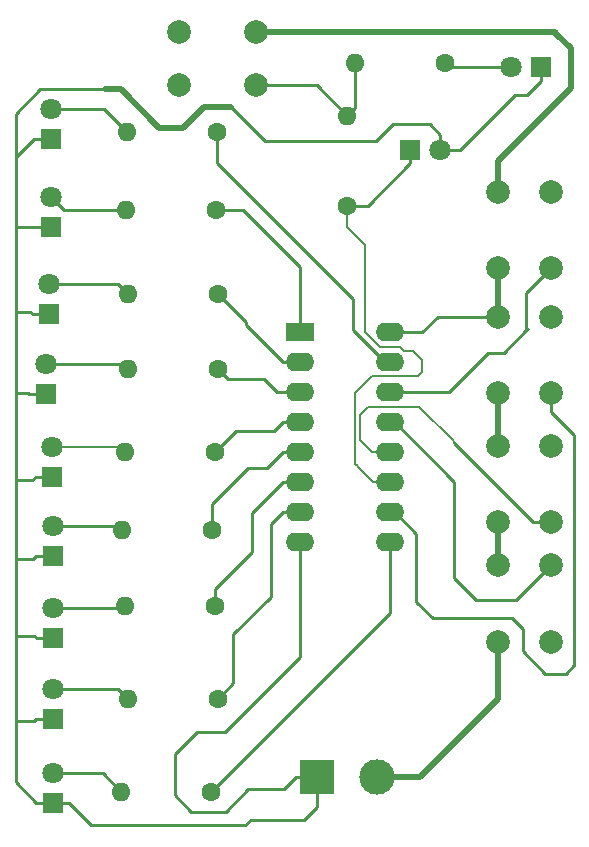
<source format=gbl>
G04 #@! TF.GenerationSoftware,KiCad,Pcbnew,5.1.1-8be2ce7~80~ubuntu18.04.1*
G04 #@! TF.CreationDate,2019-04-19T02:08:46-07:00*
G04 #@! TF.ProjectId,shift_reg,73686966-745f-4726-9567-2e6b69636164,v01*
G04 #@! TF.SameCoordinates,Original*
G04 #@! TF.FileFunction,Copper,L2,Bot*
G04 #@! TF.FilePolarity,Positive*
%FSLAX46Y46*%
G04 Gerber Fmt 4.6, Leading zero omitted, Abs format (unit mm)*
G04 Created by KiCad (PCBNEW 5.1.1-8be2ce7~80~ubuntu18.04.1) date 2019-04-19 02:08:46*
%MOMM*%
%LPD*%
G04 APERTURE LIST*
%ADD10C,2.000000*%
%ADD11C,3.000000*%
%ADD12R,3.000000X3.000000*%
%ADD13O,1.600000X1.600000*%
%ADD14C,1.600000*%
%ADD15O,2.400000X1.600000*%
%ADD16R,2.400000X1.600000*%
%ADD17C,1.800000*%
%ADD18R,1.800000X1.800000*%
%ADD19C,0.250000*%
%ADD20C,0.500000*%
%ADD21C,0.200000*%
G04 APERTURE END LIST*
D10*
X92300000Y-77116800D03*
X96800000Y-77116800D03*
X92300000Y-83616800D03*
X96800000Y-83616800D03*
X71828800Y-32004000D03*
X71828800Y-36504000D03*
X65328800Y-32004000D03*
X65328800Y-36504000D03*
X92300000Y-67007600D03*
X96800000Y-67007600D03*
X92300000Y-73507600D03*
X96800000Y-73507600D03*
X92300000Y-56085600D03*
X96800000Y-56085600D03*
X92300000Y-62585600D03*
X96800000Y-62585600D03*
X92300000Y-45500000D03*
X96800000Y-45500000D03*
X92300000Y-52000000D03*
X96800000Y-52000000D03*
D11*
X82042000Y-95097600D03*
D12*
X76962000Y-95097600D03*
D13*
X79552800Y-39065200D03*
D14*
X79552800Y-46685200D03*
D15*
X83159600Y-57404000D03*
X75539600Y-75184000D03*
X83159600Y-59944000D03*
X75539600Y-72644000D03*
X83159600Y-62484000D03*
X75539600Y-70104000D03*
X83159600Y-65024000D03*
X75539600Y-67564000D03*
X83159600Y-67564000D03*
X75539600Y-65024000D03*
X83159600Y-70104000D03*
X75539600Y-62484000D03*
X83159600Y-72644000D03*
X75539600Y-59944000D03*
X83159600Y-75184000D03*
D16*
X75539600Y-57404000D03*
D13*
X60401200Y-96316800D03*
D14*
X68021200Y-96316800D03*
D13*
X60960000Y-88442800D03*
D14*
X68580000Y-88442800D03*
D13*
X60756800Y-80568800D03*
D14*
X68376800Y-80568800D03*
D13*
X60502800Y-74117200D03*
D14*
X68122800Y-74117200D03*
D13*
X60756800Y-67513200D03*
D14*
X68376800Y-67513200D03*
D13*
X61010800Y-60553600D03*
D14*
X68630800Y-60553600D03*
D13*
X60960000Y-54152800D03*
D14*
X68580000Y-54152800D03*
D13*
X60807600Y-47091600D03*
D14*
X68427600Y-47091600D03*
D13*
X60858400Y-40436800D03*
D14*
X68478400Y-40436800D03*
D13*
X80162400Y-34594800D03*
D14*
X87782400Y-34594800D03*
D17*
X54610000Y-94742000D03*
D18*
X54610000Y-97282000D03*
D17*
X54610000Y-87630000D03*
D18*
X54610000Y-90170000D03*
D17*
X54610000Y-80721200D03*
D18*
X54610000Y-83261200D03*
D17*
X54592800Y-73848400D03*
D18*
X54592800Y-76388400D03*
D17*
X54559200Y-67106800D03*
D18*
X54559200Y-69646800D03*
D17*
X54000400Y-60096400D03*
D18*
X54000400Y-62636400D03*
D17*
X54305200Y-53340000D03*
D18*
X54305200Y-55880000D03*
D17*
X54484000Y-45992400D03*
D18*
X54484000Y-48532400D03*
D17*
X54484000Y-38492400D03*
D18*
X54484000Y-41032400D03*
D17*
X93421200Y-34950400D03*
D18*
X95961200Y-34950400D03*
D17*
X87426800Y-41960800D03*
D18*
X84886800Y-41960800D03*
D19*
X52998400Y-41032400D02*
X54484000Y-41032400D01*
X51460400Y-42570400D02*
X52998400Y-41032400D01*
X54610000Y-97282000D02*
X53210000Y-97282000D01*
X53210000Y-97282000D02*
X51460400Y-95532400D01*
X53065600Y-48514000D02*
X51460400Y-48514000D01*
X53084000Y-48532400D02*
X53065600Y-48514000D01*
X54484000Y-48532400D02*
X53084000Y-48532400D01*
X51460400Y-48514000D02*
X51460400Y-42570400D01*
X52702000Y-55676800D02*
X51460400Y-55676800D01*
X52905200Y-55880000D02*
X52702000Y-55676800D01*
X54305200Y-55880000D02*
X52905200Y-55880000D01*
X51460400Y-55676800D02*
X51460400Y-48514000D01*
X52498800Y-62534800D02*
X51460400Y-62534800D01*
X54000400Y-62636400D02*
X52600400Y-62636400D01*
X52600400Y-62636400D02*
X52498800Y-62534800D01*
X51460400Y-62534800D02*
X51460400Y-55676800D01*
X52854400Y-69951600D02*
X51460400Y-69951600D01*
X53159200Y-69646800D02*
X52854400Y-69951600D01*
X54559200Y-69646800D02*
X53159200Y-69646800D01*
X51460400Y-69951600D02*
X51460400Y-62534800D01*
X53192800Y-76388400D02*
X52974800Y-76606400D01*
X54592800Y-76388400D02*
X53192800Y-76388400D01*
X51511200Y-76606400D02*
X51460400Y-76657200D01*
X52974800Y-76606400D02*
X51511200Y-76606400D01*
X51460400Y-76657200D02*
X51460400Y-69951600D01*
X53210000Y-83261200D02*
X53108400Y-83159600D01*
X54610000Y-83261200D02*
X53210000Y-83261200D01*
X53108400Y-83159600D02*
X51460400Y-83159600D01*
X51460400Y-83159600D02*
X51460400Y-76657200D01*
X53057600Y-90322400D02*
X51460400Y-90322400D01*
X53210000Y-90170000D02*
X53057600Y-90322400D01*
X54610000Y-90170000D02*
X53210000Y-90170000D01*
X51460400Y-95532400D02*
X51460400Y-90322400D01*
X51460400Y-90322400D02*
X51460400Y-83159600D01*
X76962000Y-97586800D02*
X76962000Y-95097600D01*
X54610000Y-97282000D02*
X56010000Y-97282000D01*
X56010000Y-97282000D02*
X57889600Y-99161600D01*
X57889600Y-99161600D02*
X70898000Y-99161600D01*
X70898000Y-99161600D02*
X71355200Y-98704400D01*
X71355200Y-98704400D02*
X75844400Y-98704400D01*
X75844400Y-98704400D02*
X76962000Y-97586800D01*
X87426800Y-40688008D02*
X86515192Y-39776400D01*
X87426800Y-41960800D02*
X87426800Y-40688008D01*
X86515192Y-39776400D02*
X83413600Y-39776400D01*
X83413600Y-39776400D02*
X81991200Y-41198800D01*
X81991200Y-41198800D02*
X72593200Y-41198800D01*
X51460400Y-38912800D02*
X51460400Y-42570400D01*
X53543200Y-36830000D02*
X51460400Y-38912800D01*
X87426800Y-41960800D02*
X89103200Y-41960800D01*
X89103200Y-41960800D02*
X93776800Y-37287200D01*
X95961200Y-36100400D02*
X95961200Y-34950400D01*
X94774400Y-37287200D02*
X95961200Y-36100400D01*
X93776800Y-37287200D02*
X94774400Y-37287200D01*
X75212000Y-95097600D02*
X74196000Y-96113600D01*
X76962000Y-95097600D02*
X75212000Y-95097600D01*
X74196000Y-96113600D02*
X71170800Y-96113600D01*
X71170800Y-96113600D02*
X69291200Y-97993200D01*
X69291200Y-97993200D02*
X66294000Y-97993200D01*
X66294000Y-97993200D02*
X64922400Y-96621600D01*
X64922400Y-96621600D02*
X64922400Y-93116400D01*
X64922400Y-93116400D02*
X66802000Y-91236800D01*
X66802000Y-91236800D02*
X69189600Y-91236800D01*
X75539600Y-84886800D02*
X75539600Y-75184000D01*
X69189600Y-91236800D02*
X75539600Y-84886800D01*
D20*
X59029600Y-36830000D02*
X60350400Y-36830000D01*
D19*
X59029600Y-36830000D02*
X53543200Y-36830000D01*
D20*
X60350400Y-36830000D02*
X63601600Y-40081200D01*
X63601600Y-40081200D02*
X65633600Y-40081200D01*
X65633600Y-40081200D02*
X67411600Y-38303200D01*
X67411600Y-38303200D02*
X69697600Y-38303200D01*
D19*
X72593200Y-41198800D02*
X69697600Y-38303200D01*
X81312400Y-46685200D02*
X80684170Y-46685200D01*
X80684170Y-46685200D02*
X79552800Y-46685200D01*
X84886800Y-43110800D02*
X81312400Y-46685200D01*
X84886800Y-41960800D02*
X84886800Y-43110800D01*
D21*
X85516985Y-61142615D02*
X85902800Y-60756800D01*
X81656185Y-61142615D02*
X84256615Y-61142615D01*
X80219590Y-62579210D02*
X81656185Y-61142615D01*
X80438800Y-68754800D02*
X80219590Y-68535590D01*
X81759600Y-70104000D02*
X80438800Y-68783200D01*
X84256615Y-61142615D02*
X85516985Y-61142615D01*
X83159600Y-70104000D02*
X81759600Y-70104000D01*
X84074000Y-58674000D02*
X82362722Y-58674000D01*
X81076800Y-57429249D02*
X81076800Y-49987200D01*
X82303961Y-58656410D02*
X81076800Y-57429249D01*
X81076800Y-49987200D02*
X79552800Y-48463200D01*
X79552800Y-48463200D02*
X79552800Y-46837600D01*
X80438800Y-68783200D02*
X80438800Y-68754800D01*
X80219590Y-68535590D02*
X80219590Y-62579210D01*
X84332815Y-58973985D02*
X84015239Y-58656410D01*
X85085185Y-58973985D02*
X84332815Y-58973985D01*
X85394800Y-59283600D02*
X85085185Y-58973985D01*
X85902800Y-59791600D02*
X85085185Y-58973985D01*
X85902800Y-60401200D02*
X85902800Y-59791600D01*
X85902800Y-60756800D02*
X85902800Y-60401200D01*
D19*
X88138000Y-34950400D02*
X87782400Y-34594800D01*
X93421200Y-34950400D02*
X88138000Y-34950400D01*
X58914000Y-38492400D02*
X60858400Y-40436800D01*
X54484000Y-38492400D02*
X58914000Y-38492400D01*
X55583200Y-47091600D02*
X60807600Y-47091600D01*
X54484000Y-45992400D02*
X55583200Y-47091600D01*
X60147200Y-53340000D02*
X60960000Y-54152800D01*
X54305200Y-53340000D02*
X60147200Y-53340000D01*
X60553600Y-60096400D02*
X61010800Y-60553600D01*
X54000400Y-60096400D02*
X60553600Y-60096400D01*
D21*
X60350400Y-67106800D02*
X60756800Y-67513200D01*
X54559200Y-67106800D02*
X60350400Y-67106800D01*
D19*
X60234000Y-73848400D02*
X60502800Y-74117200D01*
X54592800Y-73848400D02*
X60234000Y-73848400D01*
X60604400Y-80721200D02*
X60756800Y-80568800D01*
X54610000Y-80721200D02*
X60604400Y-80721200D01*
X60147200Y-87630000D02*
X60960000Y-88442800D01*
X54610000Y-87630000D02*
X60147200Y-87630000D01*
X58826400Y-94742000D02*
X60401200Y-96316800D01*
X54610000Y-94742000D02*
X58826400Y-94742000D01*
X68478400Y-40436800D02*
X68478400Y-43078400D01*
X68478400Y-43078400D02*
X80010000Y-54610000D01*
X82759600Y-59944000D02*
X83159600Y-59944000D01*
X80010000Y-57194400D02*
X82759600Y-59944000D01*
X80010000Y-54610000D02*
X80010000Y-57194400D01*
X68427600Y-47091600D02*
X70713600Y-47091600D01*
X75539600Y-51917600D02*
X75539600Y-57404000D01*
X70713600Y-47091600D02*
X75539600Y-51917600D01*
X68580000Y-54152800D02*
X69379999Y-54952799D01*
X74089600Y-59944000D02*
X70967600Y-56822000D01*
X75539600Y-59944000D02*
X74089600Y-59944000D01*
X70967600Y-56540400D02*
X68580000Y-54152800D01*
X70967600Y-56822000D02*
X70967600Y-56540400D01*
X69430799Y-61353599D02*
X72478799Y-61353599D01*
X68630800Y-60553600D02*
X69430799Y-61353599D01*
X73609200Y-62484000D02*
X75539600Y-62484000D01*
X72478799Y-61353599D02*
X73609200Y-62484000D01*
X74089600Y-65024000D02*
X73378400Y-65735200D01*
X75539600Y-65024000D02*
X74089600Y-65024000D01*
X70154800Y-65735200D02*
X68376800Y-67513200D01*
X73378400Y-65735200D02*
X70154800Y-65735200D01*
X74089600Y-67564000D02*
X72718000Y-68935600D01*
X75539600Y-67564000D02*
X74089600Y-67564000D01*
X72718000Y-68935600D02*
X71120000Y-68935600D01*
X68122800Y-71932800D02*
X68122800Y-74117200D01*
X71120000Y-68935600D02*
X68122800Y-71932800D01*
X74089600Y-70104000D02*
X71475600Y-72718000D01*
X75539600Y-70104000D02*
X74089600Y-70104000D01*
X71475600Y-72718000D02*
X71475600Y-76047600D01*
X68376800Y-79146400D02*
X68376800Y-80568800D01*
X71475600Y-76047600D02*
X68376800Y-79146400D01*
X74089600Y-72644000D02*
X73050400Y-73683200D01*
X75539600Y-72644000D02*
X74089600Y-72644000D01*
X73050400Y-73683200D02*
X73050400Y-79806800D01*
X73050400Y-79806800D02*
X69900800Y-82956400D01*
X69900800Y-87122000D02*
X68580000Y-88442800D01*
X69900800Y-82956400D02*
X69900800Y-87122000D01*
X83159600Y-81178400D02*
X83159600Y-75184000D01*
X68021200Y-96316800D02*
X83159600Y-81178400D01*
D20*
X82042000Y-95097600D02*
X85699600Y-95097600D01*
X92300000Y-88497200D02*
X92300000Y-83616800D01*
X85699600Y-95097600D02*
X92300000Y-88497200D01*
X92300000Y-77116800D02*
X92300000Y-73507600D01*
X92300000Y-67007600D02*
X92300000Y-62585600D01*
X92300000Y-56085600D02*
X92300000Y-52000000D01*
X92300000Y-45500000D02*
X92300000Y-42878800D01*
X92300000Y-42878800D02*
X98450400Y-36728400D01*
X98450400Y-36728400D02*
X98450400Y-33324800D01*
X97332800Y-32207200D02*
X97129600Y-32004000D01*
X97332800Y-32207200D02*
X97078800Y-31953200D01*
X97129600Y-32004000D02*
X71828800Y-32004000D01*
X98450400Y-33324800D02*
X97332800Y-32207200D01*
D19*
X83159600Y-57404000D02*
X85902800Y-57404000D01*
X87221200Y-56085600D02*
X92300000Y-56085600D01*
X85902800Y-57404000D02*
X87221200Y-56085600D01*
X83159600Y-62484000D02*
X88138000Y-62484000D01*
X88138000Y-62484000D02*
X91490800Y-59131200D01*
X91490800Y-59131200D02*
X92811600Y-59131200D01*
X94716600Y-54083400D02*
X96800000Y-52000000D01*
X94716600Y-57226200D02*
X94716600Y-54083400D01*
X94716600Y-57226200D02*
X94843600Y-57099200D01*
X92811600Y-59131200D02*
X94716600Y-57226200D01*
X96800000Y-62585600D02*
X96800000Y-64186400D01*
X96800000Y-64186400D02*
X98755200Y-66141600D01*
X98755200Y-66141600D02*
X98755200Y-85598000D01*
X98755200Y-85598000D02*
X98044000Y-86309200D01*
X98044000Y-86309200D02*
X96316800Y-86309200D01*
X96316800Y-86309200D02*
X94386400Y-84378800D01*
X94386400Y-84378800D02*
X94386400Y-82550000D01*
X94386400Y-82550000D02*
X93472000Y-81635600D01*
X93472000Y-81635600D02*
X86766400Y-81635600D01*
X86766400Y-81635600D02*
X85394800Y-80264000D01*
X83559600Y-72644000D02*
X83159600Y-72644000D01*
X85394800Y-74479200D02*
X83559600Y-72644000D01*
X85394800Y-80264000D02*
X85394800Y-74479200D01*
X96800000Y-73507600D02*
X95300800Y-73507600D01*
X95300800Y-73507600D02*
X91744800Y-69951600D01*
X91744800Y-69951600D02*
X91744800Y-69900800D01*
X91744800Y-69900800D02*
X88595200Y-66751200D01*
X88595200Y-66751200D02*
X88595200Y-66700400D01*
D21*
X88595200Y-66751200D02*
X88595200Y-66649600D01*
X88595200Y-66649600D02*
X85648800Y-63703200D01*
X85648800Y-63703200D02*
X81330800Y-63703200D01*
X80619600Y-66548000D02*
X81635600Y-67564000D01*
X81635600Y-67564000D02*
X83159600Y-67564000D01*
X80619600Y-64414400D02*
X80619600Y-66548000D01*
X81330800Y-63703200D02*
X80619600Y-64414400D01*
D19*
X93805200Y-80111600D02*
X96800000Y-77116800D01*
X88595200Y-78232000D02*
X90474800Y-80111600D01*
X90474800Y-80111600D02*
X93805200Y-80111600D01*
X88595200Y-70059600D02*
X88595200Y-78232000D01*
X83559600Y-65024000D02*
X88595200Y-70059600D01*
X83159600Y-65024000D02*
X83559600Y-65024000D01*
X80162400Y-38455600D02*
X79552800Y-39065200D01*
X80162400Y-34594800D02*
X80162400Y-38455600D01*
X76991600Y-36504000D02*
X71828800Y-36504000D01*
X79552800Y-39065200D02*
X76991600Y-36504000D01*
M02*

</source>
